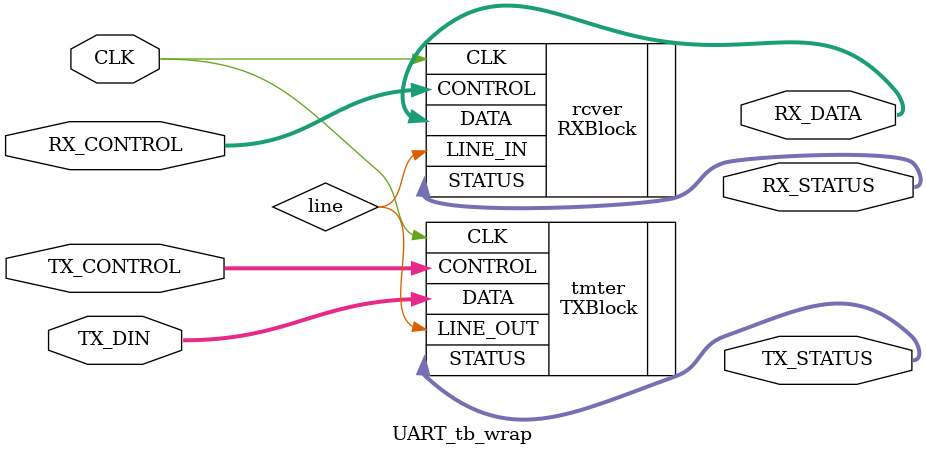
<source format=v>
`timescale 1ns / 1ps
module UART_tb_wrap(
    input [7:0] RX_CONTROL,
    input [7:0] TX_CONTROL,
    input CLK,
    input [7:0] TX_DIN,
    output [7:0] RX_STATUS,
    output [7:0] TX_STATUS,
    output [7:0] RX_DATA
    );
	
	wire line;
	
	TXBlock tmter (
    .CONTROL(TX_CONTROL), 
    .DATA(TX_DIN), 
    .CLK(CLK), 
    .STATUS(TX_STATUS), 
    .LINE_OUT(line)
    );
	
	RXBlock rcver (
    .LINE_IN(line), 
    .CONTROL(RX_CONTROL), 
    .CLK(CLK), 
    .STATUS(RX_STATUS), 
    .DATA(RX_DATA)
    );

endmodule

</source>
